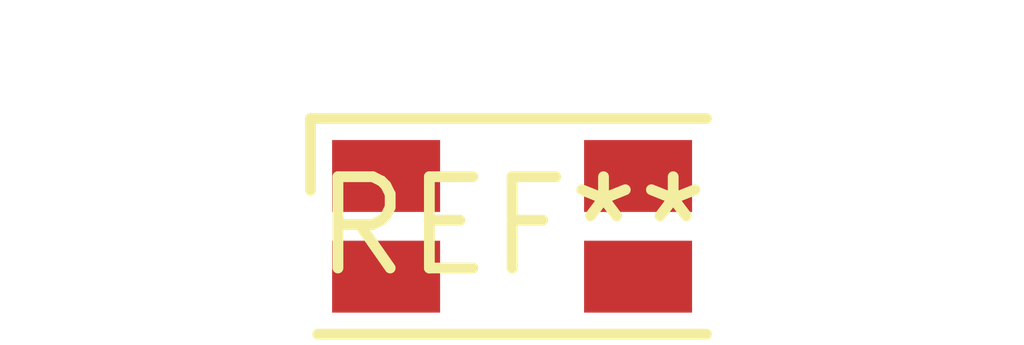
<source format=kicad_pcb>
(kicad_pcb (version 20240108) (generator pcbnew)
  (layers (0 "F.Cu" signal) (31 "B.Cu" signal) (34 "B.Paste" user) (35 "F.Paste" user) (36 "B.SilkS" user "B.Silkscreen") (37 "F.SilkS" user "F.Silkscreen") (38 "B.Mask" user) (39 "F.Mask" user) (44 "Edge.Cuts" user))
  (net 0 "")
  (footprint "LED_RGB_1210" (layer "F.Cu") (at 0 0)
    (property "Reference" "REF**")
    (property "Value" "LED_RGB_1210")
    (fp_line (start -2.8 -0.5) (end -2.8 -1.5) (layer "F.SilkS") (stroke (width 0.15)))
    (fp_line (start 2.7 -1.5) (end -2.8 -1.5) (layer "F.SilkS") (stroke (width 0.15)))
    (fp_line (start 2.7 1.5) (end -2.7 1.5) (layer "F.SilkS") (stroke (width 0.15)))
    (pad "1" smd rect (at -1.75 -0.7 180) (size 1.5 1) (layers "F.Cu" "F.Paste" "F.Mask"))
    (pad "2" smd rect (at -1.75 0.7 180) (size 1.5 1) (layers "F.Cu" "F.Paste" "F.Mask"))
    (pad "3" smd rect (at 1.75 0.7 180) (size 1.5 1) (layers "F.Cu" "F.Paste" "F.Mask"))
    (pad "4" smd rect (at 1.75 -0.7 180) (size 1.5 1) (layers "F.Cu" "F.Paste" "F.Mask"))
  )
)
</source>
